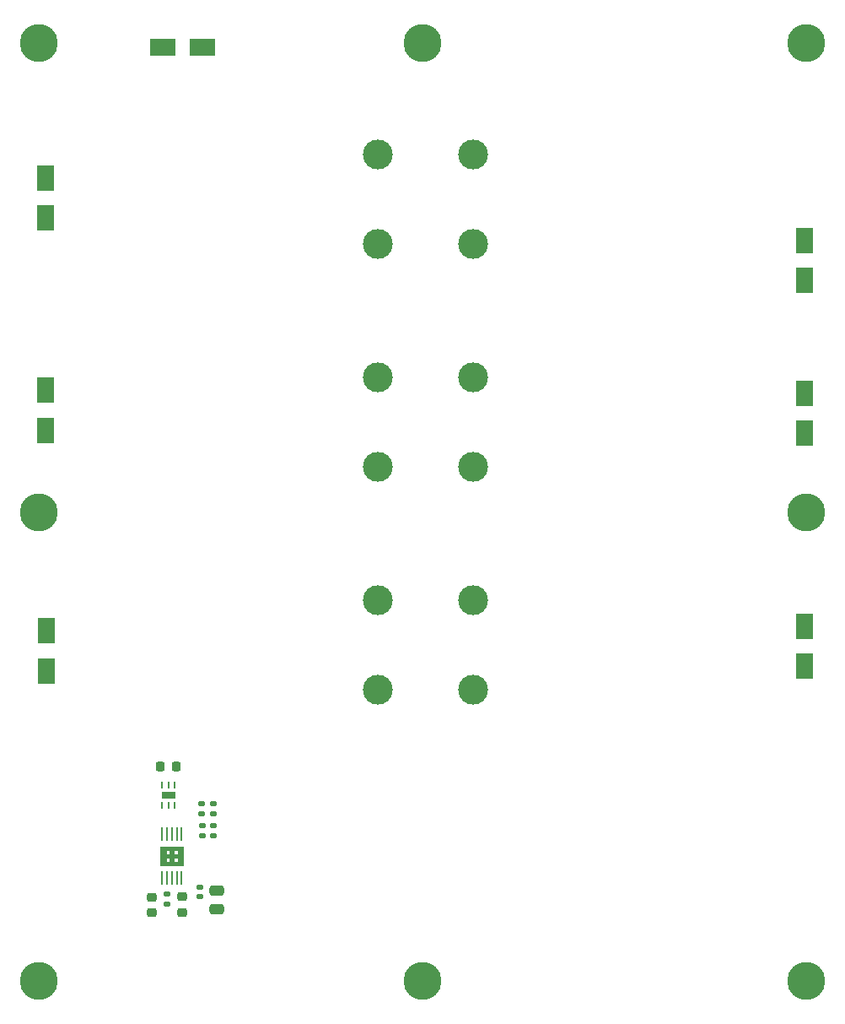
<source format=gts>
%TF.GenerationSoftware,KiCad,Pcbnew,(6.0.4-0)*%
%TF.CreationDate,2022-05-13T14:17:41-07:00*%
%TF.ProjectId,solar-panel-side-X-plus,736f6c61-722d-4706-916e-656c2d736964,rev?*%
%TF.SameCoordinates,Original*%
%TF.FileFunction,Soldermask,Top*%
%TF.FilePolarity,Negative*%
%FSLAX46Y46*%
G04 Gerber Fmt 4.6, Leading zero omitted, Abs format (unit mm)*
G04 Created by KiCad (PCBNEW (6.0.4-0)) date 2022-05-13 14:17:41*
%MOMM*%
%LPD*%
G01*
G04 APERTURE LIST*
G04 Aperture macros list*
%AMRoundRect*
0 Rectangle with rounded corners*
0 $1 Rounding radius*
0 $2 $3 $4 $5 $6 $7 $8 $9 X,Y pos of 4 corners*
0 Add a 4 corners polygon primitive as box body*
4,1,4,$2,$3,$4,$5,$6,$7,$8,$9,$2,$3,0*
0 Add four circle primitives for the rounded corners*
1,1,$1+$1,$2,$3*
1,1,$1+$1,$4,$5*
1,1,$1+$1,$6,$7*
1,1,$1+$1,$8,$9*
0 Add four rect primitives between the rounded corners*
20,1,$1+$1,$2,$3,$4,$5,0*
20,1,$1+$1,$4,$5,$6,$7,0*
20,1,$1+$1,$6,$7,$8,$9,0*
20,1,$1+$1,$8,$9,$2,$3,0*%
G04 Aperture macros list end*
%ADD10C,0.100000*%
%ADD11C,3.000000*%
%ADD12R,1.700000X2.500000*%
%ADD13R,2.500000X1.700000*%
%ADD14C,2.600000*%
%ADD15C,3.800000*%
%ADD16R,0.270000X0.740000*%
%ADD17R,1.350000X0.650000*%
%ADD18RoundRect,0.250000X0.475000X-0.250000X0.475000X0.250000X-0.475000X0.250000X-0.475000X-0.250000X0*%
%ADD19RoundRect,0.218750X0.256250X-0.218750X0.256250X0.218750X-0.256250X0.218750X-0.256250X-0.218750X0*%
%ADD20RoundRect,0.135000X-0.185000X0.135000X-0.185000X-0.135000X0.185000X-0.135000X0.185000X0.135000X0*%
%ADD21RoundRect,0.218750X0.218750X0.256250X-0.218750X0.256250X-0.218750X-0.256250X0.218750X-0.256250X0*%
%ADD22RoundRect,0.140000X0.170000X-0.140000X0.170000X0.140000X-0.170000X0.140000X-0.170000X-0.140000X0*%
%ADD23RoundRect,0.135000X0.185000X-0.135000X0.185000X0.135000X-0.185000X0.135000X-0.185000X-0.135000X0*%
%ADD24R,0.270000X1.411200*%
G04 APERTURE END LIST*
%TO.C,U2*%
G36*
X112624300Y-130220500D02*
G01*
X112064500Y-130220500D01*
X112064500Y-128373500D01*
X112624300Y-128373500D01*
X112624300Y-130220500D01*
G37*
D10*
X112624300Y-130220500D02*
X112064500Y-130220500D01*
X112064500Y-128373500D01*
X112624300Y-128373500D01*
X112624300Y-130220500D01*
G36*
X114371500Y-130220500D02*
G01*
X113811700Y-130220500D01*
X113811700Y-128373500D01*
X114371500Y-128373500D01*
X114371500Y-130220500D01*
G37*
X114371500Y-130220500D02*
X113811700Y-130220500D01*
X113811700Y-128373500D01*
X114371500Y-128373500D01*
X114371500Y-130220500D01*
G36*
X114371500Y-129490700D02*
G01*
X112064500Y-129490700D01*
X112064500Y-129103300D01*
X114371500Y-129103300D01*
X114371500Y-129490700D01*
G37*
X114371500Y-129490700D02*
X112064500Y-129490700D01*
X112064500Y-129103300D01*
X114371500Y-129103300D01*
X114371500Y-129490700D01*
G36*
X113411700Y-130220500D02*
G01*
X113024300Y-130220500D01*
X113024300Y-128373500D01*
X113411700Y-128373500D01*
X113411700Y-130220500D01*
G37*
X113411700Y-130220500D02*
X113024300Y-130220500D01*
X113024300Y-128373500D01*
X113411700Y-128373500D01*
X113411700Y-130220500D01*
G36*
X114371500Y-128703300D02*
G01*
X112064500Y-128703300D01*
X112064500Y-128373500D01*
X114371500Y-128373500D01*
X114371500Y-128703300D01*
G37*
X114371500Y-128703300D02*
X112064500Y-128703300D01*
X112064500Y-128373500D01*
X114371500Y-128373500D01*
X114371500Y-128703300D01*
G36*
X114371500Y-130220500D02*
G01*
X112064500Y-130220500D01*
X112064500Y-129890700D01*
X114371500Y-129890700D01*
X114371500Y-130220500D01*
G37*
X114371500Y-130220500D02*
X112064500Y-130220500D01*
X112064500Y-129890700D01*
X114371500Y-129890700D01*
X114371500Y-130220500D01*
%TD*%
D11*
%TO.C,SC6*%
X143464000Y-67908000D03*
X143464000Y-58908000D03*
%TD*%
%TO.C,SC5*%
X143464000Y-90260000D03*
X143464000Y-81260000D03*
%TD*%
D12*
%TO.C,D2*%
X100580000Y-82610000D03*
X100580000Y-86610000D03*
%TD*%
%TO.C,D6*%
X176784000Y-71596000D03*
X176784000Y-67596000D03*
%TD*%
%TO.C,D3*%
X100620000Y-106730000D03*
X100620000Y-110730000D03*
%TD*%
D13*
%TO.C,D9*%
X116340000Y-48160000D03*
X112340000Y-48160000D03*
%TD*%
D12*
%TO.C,D5*%
X176770000Y-86870000D03*
X176770000Y-82870000D03*
%TD*%
%TO.C,D1*%
X100580000Y-61340000D03*
X100580000Y-65340000D03*
%TD*%
%TO.C,D4*%
X176770000Y-110270000D03*
X176770000Y-106270000D03*
%TD*%
D14*
%TO.C,H1*%
X176900000Y-94810000D03*
D15*
X176900000Y-94810000D03*
%TD*%
%TO.C,H2*%
X176900000Y-47810000D03*
D14*
X176900000Y-47810000D03*
%TD*%
D15*
%TO.C,H3*%
X138400000Y-47810000D03*
D14*
X138400000Y-47810000D03*
%TD*%
D15*
%TO.C,H4*%
X99900000Y-47810000D03*
D14*
X99900000Y-47810000D03*
%TD*%
%TO.C,H5*%
X99900000Y-94810000D03*
D15*
X99900000Y-94810000D03*
%TD*%
D14*
%TO.C,H6*%
X99900000Y-141810000D03*
D15*
X99900000Y-141810000D03*
%TD*%
%TO.C,H7*%
X138400000Y-141810000D03*
D14*
X138400000Y-141810000D03*
%TD*%
D15*
%TO.C,H8*%
X176900000Y-141810000D03*
D14*
X176900000Y-141810000D03*
%TD*%
D11*
%TO.C,SC1*%
X133904000Y-58908000D03*
X133904000Y-67908000D03*
%TD*%
%TO.C,SC2*%
X133904000Y-81260000D03*
X133904000Y-90260000D03*
%TD*%
%TO.C,SC3*%
X133904000Y-103612000D03*
X133904000Y-112612000D03*
%TD*%
%TO.C,SC4*%
X143500000Y-112612000D03*
X143500000Y-103612000D03*
%TD*%
D16*
%TO.C,U1*%
X113547500Y-122226000D03*
X112897500Y-122226000D03*
X112247500Y-122226000D03*
X112247500Y-124216000D03*
X112897500Y-124216000D03*
X113547500Y-124216000D03*
D17*
X112897500Y-123221000D03*
%TD*%
D18*
%TO.C,C5*%
X117760000Y-134640000D03*
X117760000Y-132740000D03*
%TD*%
D19*
%TO.C,L1*%
X111235000Y-135002500D03*
X111235000Y-133427500D03*
%TD*%
D20*
%TO.C,R15*%
X117400000Y-126245000D03*
X117400000Y-127265000D03*
%TD*%
D21*
%TO.C,C1*%
X113637500Y-120340000D03*
X112062500Y-120340000D03*
%TD*%
D20*
%TO.C,R14*%
X116240000Y-124065000D03*
X116240000Y-125085000D03*
%TD*%
D22*
%TO.C,C4*%
X116085000Y-133395000D03*
X116085000Y-132435000D03*
%TD*%
D23*
%TO.C,R13*%
X117400000Y-125085000D03*
X117400000Y-124065000D03*
%TD*%
%TO.C,R17*%
X112720000Y-134150000D03*
X112720000Y-133130000D03*
%TD*%
D24*
%TO.C,U2*%
X112217999Y-131471999D03*
X112718001Y-131471999D03*
X113218000Y-131471999D03*
X113717999Y-131471999D03*
X114218001Y-131471999D03*
X114218001Y-127122001D03*
X113717999Y-127122001D03*
X113218000Y-127122001D03*
X112718001Y-127122001D03*
X112217999Y-127122001D03*
%TD*%
D23*
%TO.C,R16*%
X116260000Y-127265000D03*
X116260000Y-126245000D03*
%TD*%
D19*
%TO.C,L2*%
X114293000Y-134984500D03*
X114293000Y-133409500D03*
%TD*%
M02*

</source>
